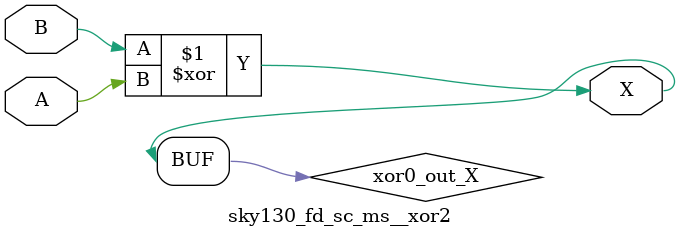
<source format=v>
/*
 * Copyright 2020 The SkyWater PDK Authors
 *
 * Licensed under the Apache License, Version 2.0 (the "License");
 * you may not use this file except in compliance with the License.
 * You may obtain a copy of the License at
 *
 *     https://www.apache.org/licenses/LICENSE-2.0
 *
 * Unless required by applicable law or agreed to in writing, software
 * distributed under the License is distributed on an "AS IS" BASIS,
 * WITHOUT WARRANTIES OR CONDITIONS OF ANY KIND, either express or implied.
 * See the License for the specific language governing permissions and
 * limitations under the License.
 *
 * SPDX-License-Identifier: Apache-2.0
*/


`ifndef SKY130_FD_SC_MS__XOR2_FUNCTIONAL_V
`define SKY130_FD_SC_MS__XOR2_FUNCTIONAL_V

/**
 * xor2: 2-input exclusive OR.
 *
 *       X = A ^ B
 *
 * Verilog simulation functional model.
 */

`timescale 1ns / 1ps
`default_nettype none

`celldefine
module sky130_fd_sc_ms__xor2 (
    X,
    A,
    B
);

    // Module ports
    output X;
    input  A;
    input  B;

    // Local signals
    wire xor0_out_X;

    //  Name  Output      Other arguments
    xor xor0 (xor0_out_X, B, A           );
    buf buf0 (X         , xor0_out_X     );

endmodule
`endcelldefine

`default_nettype wire
`endif  // SKY130_FD_SC_MS__XOR2_FUNCTIONAL_V

</source>
